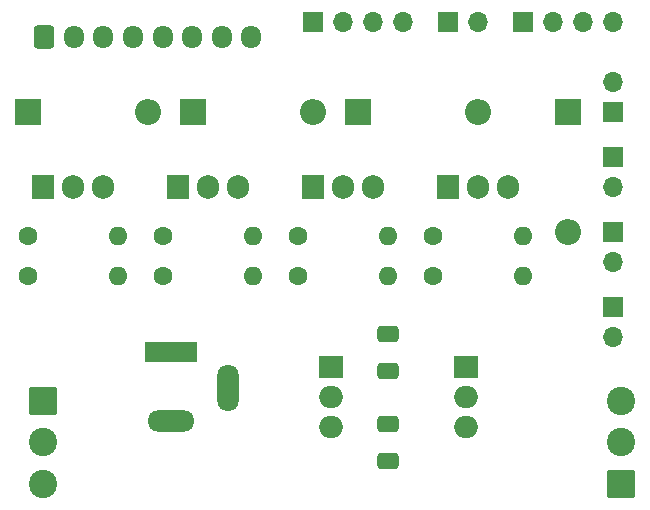
<source format=gts>
G04 #@! TF.GenerationSoftware,KiCad,Pcbnew,9.0.0*
G04 #@! TF.CreationDate,2025-03-07T23:57:35+01:00*
G04 #@! TF.ProjectId,pcb,7063622e-6b69-4636-9164-5f7063625858,rev?*
G04 #@! TF.SameCoordinates,Original*
G04 #@! TF.FileFunction,Soldermask,Top*
G04 #@! TF.FilePolarity,Negative*
%FSLAX46Y46*%
G04 Gerber Fmt 4.6, Leading zero omitted, Abs format (unit mm)*
G04 Created by KiCad (PCBNEW 9.0.0) date 2025-03-07 23:57:35*
%MOMM*%
%LPD*%
G01*
G04 APERTURE LIST*
G04 Aperture macros list*
%AMRoundRect*
0 Rectangle with rounded corners*
0 $1 Rounding radius*
0 $2 $3 $4 $5 $6 $7 $8 $9 X,Y pos of 4 corners*
0 Add a 4 corners polygon primitive as box body*
4,1,4,$2,$3,$4,$5,$6,$7,$8,$9,$2,$3,0*
0 Add four circle primitives for the rounded corners*
1,1,$1+$1,$2,$3*
1,1,$1+$1,$4,$5*
1,1,$1+$1,$6,$7*
1,1,$1+$1,$8,$9*
0 Add four rect primitives between the rounded corners*
20,1,$1+$1,$2,$3,$4,$5,0*
20,1,$1+$1,$4,$5,$6,$7,0*
20,1,$1+$1,$6,$7,$8,$9,0*
20,1,$1+$1,$8,$9,$2,$3,0*%
G04 Aperture macros list end*
%ADD10R,2.200000X2.200000*%
%ADD11O,2.200000X2.200000*%
%ADD12R,1.700000X1.700000*%
%ADD13O,1.700000X1.700000*%
%ADD14RoundRect,0.250000X-0.600000X-0.725000X0.600000X-0.725000X0.600000X0.725000X-0.600000X0.725000X0*%
%ADD15O,1.700000X1.950000*%
%ADD16R,2.000000X1.905000*%
%ADD17O,2.000000X1.905000*%
%ADD18O,1.905000X2.000000*%
%ADD19R,1.905000X2.000000*%
%ADD20C,1.600000*%
%ADD21O,1.600000X1.600000*%
%ADD22R,4.400000X1.800000*%
%ADD23O,4.000000X1.800000*%
%ADD24O,1.800000X4.000000*%
%ADD25RoundRect,0.250000X0.650000X-0.412500X0.650000X0.412500X-0.650000X0.412500X-0.650000X-0.412500X0*%
%ADD26RoundRect,0.250001X-0.949999X0.949999X-0.949999X-0.949999X0.949999X-0.949999X0.949999X0.949999X0*%
%ADD27C,2.400000*%
%ADD28RoundRect,0.250001X0.949999X-0.949999X0.949999X0.949999X-0.949999X0.949999X-0.949999X-0.949999X0*%
%ADD29RoundRect,0.250000X-0.650000X0.412500X-0.650000X-0.412500X0.650000X-0.412500X0.650000X0.412500X0*%
G04 APERTURE END LIST*
D10*
X91440000Y-48260000D03*
D11*
X101600000Y-48260000D03*
D10*
X105410000Y-48260000D03*
D11*
X115570000Y-48260000D03*
D12*
X140970000Y-64770000D03*
D13*
X140970000Y-67310000D03*
D14*
X92790000Y-41910000D03*
D15*
X95290000Y-41910000D03*
X97790000Y-41910000D03*
X100290000Y-41910000D03*
X102790000Y-41910000D03*
X105290000Y-41910000D03*
X107790000Y-41910000D03*
X110290000Y-41910000D03*
D12*
X140970000Y-48260000D03*
D13*
X140970000Y-45720000D03*
D16*
X117035000Y-69850000D03*
D17*
X117035000Y-72390000D03*
X117035000Y-74930000D03*
D18*
X95250000Y-54610000D03*
D19*
X92710000Y-54610000D03*
D18*
X97790000Y-54610000D03*
D20*
X114300000Y-62103000D03*
D21*
X121920000Y-62103000D03*
D20*
X91440000Y-58745000D03*
D21*
X99060000Y-58745000D03*
D12*
X140970000Y-52070000D03*
D13*
X140970000Y-54610000D03*
D20*
X91440000Y-62145000D03*
D21*
X99060000Y-62145000D03*
D17*
X128465000Y-74930000D03*
X128465000Y-72390000D03*
D16*
X128465000Y-69850000D03*
D10*
X119380000Y-48260000D03*
D11*
X129540000Y-48260000D03*
D18*
X118110000Y-54610000D03*
D19*
X115570000Y-54610000D03*
D18*
X120650000Y-54610000D03*
X106680000Y-54610000D03*
D19*
X104140000Y-54610000D03*
D18*
X109220000Y-54610000D03*
D10*
X137160000Y-48260000D03*
D11*
X137160000Y-58420000D03*
D22*
X103540000Y-68580000D03*
D23*
X103540000Y-74380000D03*
D24*
X108340000Y-71580000D03*
D12*
X140970000Y-58420000D03*
D13*
X140970000Y-60960000D03*
D20*
X125730000Y-58724800D03*
D21*
X133350000Y-58724800D03*
D25*
X121920000Y-70142500D03*
X121920000Y-67017500D03*
D26*
X92710000Y-72700000D03*
D27*
X92710000Y-76200000D03*
X92710000Y-79700000D03*
D20*
X114300000Y-58724800D03*
D21*
X121920000Y-58724800D03*
D20*
X102870000Y-62145000D03*
D21*
X110490000Y-62145000D03*
D12*
X115570000Y-40640000D03*
D13*
X118110000Y-40640000D03*
X120650000Y-40640000D03*
X123190000Y-40640000D03*
D12*
X127000000Y-40640000D03*
D13*
X129540000Y-40640000D03*
D28*
X141605000Y-79700000D03*
D27*
X141605000Y-76200000D03*
X141605000Y-72700000D03*
D20*
X125730000Y-62077600D03*
D21*
X133350000Y-62077600D03*
D29*
X121920000Y-74637500D03*
X121920000Y-77762500D03*
D20*
X102870000Y-58745000D03*
D21*
X110490000Y-58745000D03*
D18*
X129540000Y-54610000D03*
D19*
X127000000Y-54610000D03*
D18*
X132080000Y-54610000D03*
D12*
X133350000Y-40640000D03*
D13*
X135890000Y-40640000D03*
X138430000Y-40640000D03*
X140970000Y-40640000D03*
M02*

</source>
